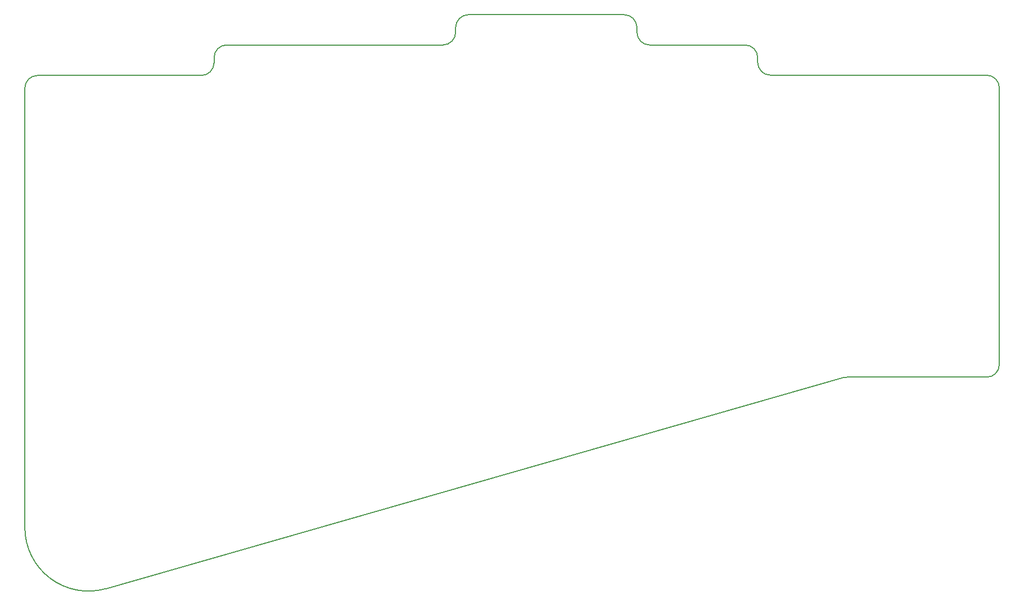
<source format=gbr>
%TF.GenerationSoftware,KiCad,Pcbnew,8.0.0*%
%TF.CreationDate,2024-03-11T23:34:35-04:00*%
%TF.ProjectId,Kiwi MKIII Right,4b697769-204d-44b4-9949-492052696768,rev?*%
%TF.SameCoordinates,Original*%
%TF.FileFunction,Profile,NP*%
%FSLAX46Y46*%
G04 Gerber Fmt 4.6, Leading zero omitted, Abs format (unit mm)*
G04 Created by KiCad (PCBNEW 8.0.0) date 2024-03-11 23:34:35*
%MOMM*%
%LPD*%
G01*
G04 APERTURE LIST*
%TA.AperFunction,Profile*%
%ADD10C,0.150000*%
%TD*%
G04 APERTURE END LIST*
D10*
X55379300Y-110042700D02*
X55379300Y-179239583D01*
X85129300Y-106042700D02*
X85129300Y-105242700D01*
X149629300Y-98480200D02*
G75*
G02*
X151629300Y-100480200I0J-2000000D01*
G01*
X208629300Y-153555200D02*
G75*
G02*
X206629300Y-155555200I-2000000J0D01*
G01*
X57379300Y-108042700D02*
X83129300Y-108042700D01*
X85129300Y-106042700D02*
G75*
G02*
X83129300Y-108042700I-2000000J0D01*
G01*
X121129300Y-103242700D02*
X87129300Y-103242700D01*
X170629300Y-105242700D02*
X170629300Y-106005200D01*
X123129300Y-101242700D02*
G75*
G02*
X121129300Y-103242700I-2000000J0D01*
G01*
X55379300Y-110042700D02*
G75*
G02*
X57379300Y-108042700I2000000J0D01*
G01*
X206629300Y-108005200D02*
G75*
G02*
X208629300Y-110005200I0J-2000000D01*
G01*
X184155870Y-155632678D02*
G75*
G02*
X184707145Y-155555197I551430J-1923522D01*
G01*
X206629300Y-155555200D02*
X184707145Y-155555200D01*
X153629300Y-103242700D02*
G75*
G02*
X151629300Y-101242700I0J2000000D01*
G01*
X85129300Y-105242700D02*
G75*
G02*
X87129300Y-103242700I2000000J0D01*
G01*
X123129300Y-100480200D02*
G75*
G02*
X125129300Y-98480200I2000000J0D01*
G01*
X206629300Y-108005200D02*
X172629300Y-108005200D01*
X184155870Y-155632677D02*
X68131942Y-188853269D01*
X168629300Y-103242700D02*
G75*
G02*
X170629300Y-105242700I0J-2000000D01*
G01*
X125129300Y-98480200D02*
X149629300Y-98480200D01*
X68131942Y-188853269D02*
G75*
G02*
X55379304Y-179239583I-2752682J9613629D01*
G01*
X153629300Y-103242700D02*
X168629300Y-103242700D01*
X208629300Y-110005200D02*
X208629300Y-153555200D01*
X123129300Y-101242700D02*
X123129300Y-100480200D01*
X172629300Y-108005200D02*
G75*
G02*
X170629300Y-106005200I0J2000000D01*
G01*
X151629300Y-100480200D02*
X151629300Y-101242700D01*
M02*

</source>
